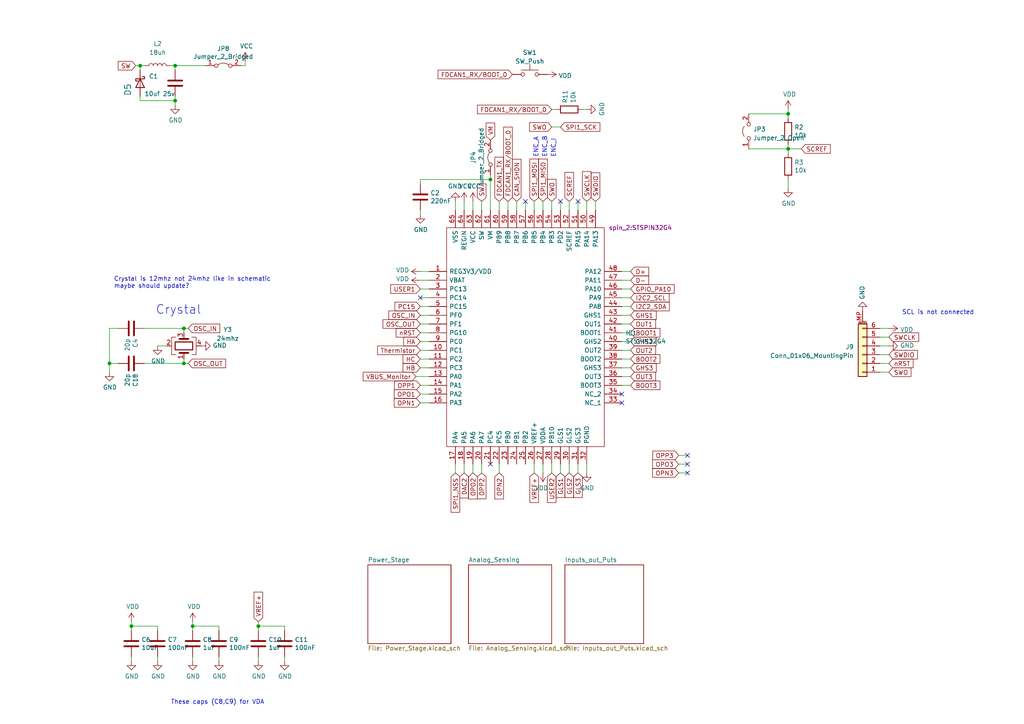
<source format=kicad_sch>
(kicad_sch (version 20230121) (generator eeschema)
  (paper "A4")
  (lib_symbols
    (symbol "Connector_Generic_MountingPin:Conn_01x06_MountingPin" (pin_names (offset 1.016) hide)
      (property "Reference" "J" (at 0 7.62 0))
      (property "Value" "Conn_01x06_MountingPin" (at 1.27 -10.16 0))
      (symbol "Conn_01x06_MountingPin_1_1"
        (rectangle (start -1.27 -7.493) (end 0 -7.747) (stroke (width 0.1524)))
        (rectangle (start -1.27 -4.953) (end 0 -5.207) (stroke (width 0.1524)))
        (rectangle (start -1.27 -2.413) (end 0 -2.667) (stroke (width 0.1524)))
        (rectangle (start -1.27 0.127) (end 0 -0.127) (stroke (width 0.1524)))
        (rectangle (start -1.27 2.667) (end 0 2.413) (stroke (width 0.1524)))
        (rectangle (start -1.27 5.207) (end 0 4.953) (stroke (width 0.1524)))
        (rectangle (start -1.27 6.35) (end 1.27 -8.89) (stroke (width 0.254)) (fill (type background)))
        (polyline (pts (xy -1.016 -9.652) (xy 1.016 -9.652)) (stroke (width 0.1524)))
        (text "Mounting" (at 0 -9.271 0) (effects (font (size 0.381 0.381))))
        (pin passive line (at -5.08 5.08 0) (length 3.81) (name "Pin_1") (number "1"))
        (pin passive line (at -5.08 2.54 0) (length 3.81) (name "Pin_2") (number "2"))
        (pin passive line (at -5.08 0 0) (length 3.81) (name "Pin_3") (number "3"))
        (pin passive line (at -5.08 -2.54 0) (length 3.81) (name "Pin_4") (number "4"))
        (pin passive line (at -5.08 -5.08 0) (length 3.81) (name "Pin_5") (number "5"))
        (pin passive line (at -5.08 -7.62 0) (length 3.81) (name "Pin_6") (number "6"))
        (pin passive line (at 0 -12.7 90) (length 3.048) (name "MountPin") (number "MP"))
      )
    )
    (symbol "Device:C" (pin_numbers hide) (pin_names (offset 0.254))
      (property "Reference" "C" (at 0.635 2.54 0))
      (property "Value" "C" (at 0.635 -2.54 0))
      (symbol "C_0_1"
        (polyline (pts (xy -2.032 -0.762) (xy 2.032 -0.762)) (stroke (width 0.508)))
        (polyline (pts (xy -2.032 0.762) (xy 2.032 0.762)) (stroke (width 0.508)))
      )
      (symbol "C_1_1"
        (pin passive line (at 0 3.81 270) (length 2.794) (name "~") (number "1"))
        (pin passive line (at 0 -3.81 90) (length 2.794) (name "~") (number "2"))
      )
    )
    (symbol "Device:Crystal_GND24" (pin_names (offset 1.016) hide)
      (property "Reference" "Y" (at 3.175 5.08 0))
      (property "Value" "Crystal_GND24" (at 3.175 3.175 0))
      (symbol "Crystal_GND24_0_1"
        (rectangle (start -1.143 2.54) (end 1.143 -2.54) (stroke (width 0.3048)))
        (polyline (pts (xy -2.54 0) (xy -2.032 0)))
        (polyline (pts (xy -2.032 -1.27) (xy -2.032 1.27)) (stroke (width 0.508)))
        (polyline (pts (xy 0 -3.81) (xy 0 -3.556)))
        (polyline (pts (xy 0 3.556) (xy 0 3.81)))
        (polyline (pts (xy 2.032 -1.27) (xy 2.032 1.27)) (stroke (width 0.508)))
        (polyline (pts (xy 2.032 0) (xy 2.54 0)))
        (polyline (pts (xy -2.54 -2.286) (xy -2.54 -3.556) (xy 2.54 -3.556) (xy 2.54 -2.286)))
        (polyline (pts (xy -2.54 2.286) (xy -2.54 3.556) (xy 2.54 3.556) (xy 2.54 2.286)))
      )
      (symbol "Crystal_GND24_1_1"
        (pin passive line (at -3.81 0 0) (length 1.27) (name "1") (number "1"))
        (pin passive line (at 0 5.08 270) (length 1.27) (name "2") (number "2"))
        (pin passive line (at 3.81 0 180) (length 1.27) (name "3") (number "3"))
        (pin passive line (at 0 -5.08 90) (length 1.27) (name "4") (number "4"))
      )
    )
    (symbol "Device:L" (pin_numbers hide) (pin_names (offset 1.016) hide)
      (property "Reference" "L" (at -1.27 0 90))
      (property "Value" "L" (at 1.905 0 90))
      (symbol "L_0_1"
        (arc (start 0 -2.54) (mid 0.6323 -1.905) (end 0 -1.27))
        (arc (start 0 -1.27) (mid 0.6323 -0.635) (end 0 0))
        (arc (start 0 0) (mid 0.6323 0.635) (end 0 1.27))
        (arc (start 0 1.27) (mid 0.6323 1.905) (end 0 2.54))
      )
      (symbol "L_1_1"
        (pin passive line (at 0 3.81 270) (length 1.27) (name "1") (number "1"))
        (pin passive line (at 0 -3.81 90) (length 1.27) (name "2") (number "2"))
      )
    )
    (symbol "Device:R" (pin_numbers hide) (pin_names (offset 0))
      (property "Reference" "R" (at 2.032 0 90))
      (property "Value" "R" (at 0 0 90))
      (symbol "R_0_1"
        (rectangle (start -1.016 -2.54) (end 1.016 2.54) (stroke (width 0.254)))
      )
      (symbol "R_1_1"
        (pin passive line (at 0 3.81 270) (length 1.27) (name "~") (number "1"))
        (pin passive line (at 0 -3.81 90) (length 1.27) (name "~") (number "2"))
      )
    )
    (symbol "Diode:MBR340" (pin_numbers hide) (pin_names (offset 1.016) hide)
      (property "Reference" "D" (at 0 2.54 0))
      (property "Value" "MBR340" (at 0 -2.54 0))
      (symbol "MBR340_0_1"
        (polyline (pts (xy 1.27 0) (xy -1.27 0)))
        (polyline (pts (xy 1.27 1.27) (xy 1.27 -1.27) (xy -1.27 0) (xy 1.27 1.27)) (stroke (width 0.254)))
        (polyline (pts (xy -1.905 0.635) (xy -1.905 1.27) (xy -1.27 1.27) (xy -1.27 -1.27) (xy -0.635 -1.27) (xy -0.635 -0.635)) (stroke (width 0.254)))
      )
      (symbol "MBR340_1_1"
        (pin passive line (at -3.81 0 0) (length 2.54) (name "K") (number "1"))
        (pin passive line (at 3.81 0 180) (length 2.54) (name "A") (number "2"))
      )
    )
    (symbol "Jumper:Jumper_2_Bridged" (pin_names (offset 0) hide)
      (property "Reference" "JP" (at 0 1.905 0))
      (property "Value" "Jumper_2_Bridged" (at 0 -2.54 0))
      (symbol "Jumper_2_Bridged_0_0"
        (circle (center -2.032 0) (radius 0.508))
        (circle (center 2.032 0) (radius 0.508))
      )
      (symbol "Jumper_2_Bridged_0_1"
        (arc (start 1.524 0.254) (mid 0 0.762) (end -1.524 0.254))
      )
      (symbol "Jumper_2_Bridged_1_1"
        (pin passive line (at -5.08 0 0) (length 2.54) (name "A") (number "1"))
        (pin passive line (at 5.08 0 180) (length 2.54) (name "B") (number "2"))
      )
    )
    (symbol "Jumper:Jumper_2_Open" (pin_names (offset 0) hide)
      (property "Reference" "JP" (at 0 2.794 0))
      (property "Value" "Jumper_2_Open" (at 0 -2.286 0))
      (symbol "Jumper_2_Open_0_0"
        (circle (center -2.032 0) (radius 0.508))
        (circle (center 2.032 0) (radius 0.508))
      )
      (symbol "Jumper_2_Open_0_1"
        (arc (start 1.524 1.27) (mid 0 1.778) (end -1.524 1.27))
      )
      (symbol "Jumper_2_Open_1_1"
        (pin passive line (at -5.08 0 0) (length 2.54) (name "A") (number "1"))
        (pin passive line (at 5.08 0 180) (length 2.54) (name "B") (number "2"))
      )
    )
    (symbol "STSPIN32G4:STSPIN32G4" (pin_names (offset 0.762))
      (property "Reference" "IC" (at 52.07 17.78 0))
      (property "Value" "STSPIN32G4" (at 52.07 15.24 0))
      (symbol "STSPIN32G4_0_0"
        (pin passive line (at 0 0 0) (length 5.08) (name "REG3V3/VDD") (number "1"))
        (pin passive line (at 0 -22.86 0) (length 5.08) (name "PC1") (number "10"))
        (pin passive line (at 0 -25.4 0) (length 5.08) (name "PC2") (number "11"))
        (pin passive line (at 0 -27.94 0) (length 5.08) (name "PC3") (number "12"))
        (pin passive line (at 0 -30.48 0) (length 5.08) (name "PA0") (number "13"))
        (pin passive line (at 0 -33.02 0) (length 5.08) (name "PA1") (number "14"))
        (pin passive line (at 0 -35.56 0) (length 5.08) (name "PA2") (number "15"))
        (pin passive line (at 0 -38.1 0) (length 5.08) (name "PA3") (number "16"))
        (pin passive line (at 7.62 -55.88 90) (length 5.08) (name "PA4") (number "17"))
        (pin passive line (at 10.16 -55.88 90) (length 5.08) (name "PA5") (number "18"))
        (pin passive line (at 12.7 -55.88 90) (length 5.08) (name "PA6") (number "19"))
        (pin passive line (at 0 -2.54 0) (length 5.08) (name "VBAT") (number "2"))
        (pin passive line (at 15.24 -55.88 90) (length 5.08) (name "PA7") (number "20"))
        (pin passive line (at 17.78 -55.88 90) (length 5.08) (name "PC4") (number "21"))
        (pin passive line (at 20.32 -55.88 90) (length 5.08) (name "PC5") (number "22"))
        (pin passive line (at 22.86 -55.88 90) (length 5.08) (name "PB0") (number "23"))
        (pin passive line (at 25.4 -55.88 90) (length 5.08) (name "PB1") (number "24"))
        (pin passive line (at 27.94 -55.88 90) (length 5.08) (name "PB2") (number "25"))
        (pin passive line (at 30.48 -55.88 90) (length 5.08) (name "VREF+") (number "26"))
        (pin passive line (at 33.02 -55.88 90) (length 5.08) (name "VDDA") (number "27"))
        (pin passive line (at 35.56 -55.88 90) (length 5.08) (name "PB10") (number "28"))
        (pin passive line (at 38.1 -55.88 90) (length 5.08) (name "GLS1") (number "29"))
        (pin passive line (at 0 -5.08 0) (length 5.08) (name "PC13") (number "3"))
        (pin passive line (at 40.64 -55.88 90) (length 5.08) (name "GLS2") (number "30"))
        (pin passive line (at 43.18 -55.88 90) (length 5.08) (name "GLS3") (number "31"))
        (pin passive line (at 45.72 -55.88 90) (length 5.08) (name "PGND") (number "32"))
        (pin passive line (at 55.88 -38.1 180) (length 5.08) (name "NC_1") (number "33"))
        (pin passive line (at 55.88 -35.56 180) (length 5.08) (name "NC_2") (number "34"))
        (pin passive line (at 55.88 -33.02 180) (length 5.08) (name "BOOT3") (number "35"))
        (pin passive line (at 55.88 -30.48 180) (length 5.08) (name "OUT3") (number "36"))
        (pin passive line (at 55.88 -27.94 180) (length 5.08) (name "GHS3") (number "37"))
        (pin passive line (at 55.88 -25.4 180) (length 5.08) (name "BOOT2") (number "38"))
        (pin passive line (at 55.88 -22.86 180) (length 5.08) (name "OUT2") (number "39"))
        (pin passive line (at 0 -7.62 0) (length 5.08) (name "PC14") (number "4"))
        (pin passive line (at 55.88 -20.32 180) (length 5.08) (name "GHS2") (number "40"))
        (pin passive line (at 55.88 -17.78 180) (length 5.08) (name "BOOT1") (number "41"))
        (pin passive line (at 55.88 -15.24 180) (length 5.08) (name "OUT1") (number "42"))
        (pin passive line (at 55.88 -12.7 180) (length 5.08) (name "GHS1") (number "43"))
        (pin passive line (at 55.88 -10.16 180) (length 5.08) (name "PA8") (number "44"))
        (pin passive line (at 55.88 -7.62 180) (length 5.08) (name "PA9") (number "45"))
        (pin passive line (at 55.88 -5.08 180) (length 5.08) (name "PA10") (number "46"))
        (pin passive line (at 55.88 -2.54 180) (length 5.08) (name "PA11") (number "47"))
        (pin passive line (at 55.88 0 180) (length 5.08) (name "PA12") (number "48"))
        (pin passive line (at 48.26 17.78 270) (length 5.08) (name "PA13") (number "49"))
        (pin passive line (at 0 -10.16 0) (length 5.08) (name "PC15") (number "5"))
        (pin passive line (at 45.72 17.78 270) (length 5.08) (name "PA14") (number "50"))
        (pin passive line (at 43.18 17.78 270) (length 5.08) (name "PA15") (number "51"))
        (pin passive line (at 40.64 17.78 270) (length 5.08) (name "SCREF") (number "52"))
        (pin passive line (at 38.1 17.78 270) (length 5.08) (name "PD2") (number "53"))
        (pin passive line (at 35.56 17.78 270) (length 5.08) (name "PB3") (number "54"))
        (pin passive line (at 33.02 17.78 270) (length 5.08) (name "PB4") (number "55"))
        (pin passive line (at 30.48 17.78 270) (length 5.08) (name "PB5") (number "56"))
        (pin passive line (at 27.94 17.78 270) (length 5.08) (name "PB6") (number "57"))
        (pin passive line (at 25.4 17.78 270) (length 5.08) (name "PB7") (number "58"))
        (pin passive line (at 22.86 17.78 270) (length 5.08) (name "PB8") (number "59"))
        (pin passive line (at 0 -12.7 0) (length 5.08) (name "PF0") (number "6"))
        (pin passive line (at 20.32 17.78 270) (length 5.08) (name "PB9") (number "60"))
        (pin passive line (at 17.78 17.78 270) (length 5.08) (name "VM") (number "61"))
        (pin passive line (at 15.24 17.78 270) (length 5.08) (name "SW") (number "62"))
        (pin passive line (at 12.7 17.78 270) (length 5.08) (name "VCC") (number "63"))
        (pin passive line (at 10.16 17.78 270) (length 5.08) (name "REGIN") (number "64"))
        (pin passive line (at 7.62 17.78 270) (length 5.08) (name "VSS") (number "65"))
        (pin passive line (at 0 -15.24 0) (length 5.08) (name "PF1") (number "7"))
        (pin passive line (at 0 -17.78 0) (length 5.08) (name "PG10") (number "8"))
        (pin passive line (at 0 -20.32 0) (length 5.08) (name "PC0") (number "9"))
      )
      (symbol "STSPIN32G4_0_1"
        (polyline (pts (xy 5.08 12.7) (xy 50.8 12.7) (xy 50.8 -50.8) (xy 5.08 -50.8) (xy 5.08 12.7)) (stroke (width 0.1524)))
      )
    )
    (symbol "Switch:SW_Push" (pin_numbers hide) (pin_names (offset 1.016) hide)
      (property "Reference" "SW" (at 1.27 2.54 0))
      (property "Value" "SW_Push" (at 0 -1.524 0))
      (symbol "SW_Push_0_1"
        (circle (center -2.032 0) (radius 0.508))
        (polyline (pts (xy 0 1.27) (xy 0 3.048)))
        (polyline (pts (xy 2.54 1.27) (xy -2.54 1.27)))
        (circle (center 2.032 0) (radius 0.508))
        (pin passive line (at -5.08 0 0) (length 2.54) (name "1") (number "1"))
        (pin passive line (at 5.08 0 180) (length 2.54) (name "2") (number "2"))
      )
    )
    (symbol "power:GND" (power) (pin_names (offset 0))
      (property "Value" "GND" (at 0 -3.81 0))
      (symbol "GND_0_1"
        (polyline (pts (xy 0 0) (xy 0 -1.27) (xy 1.27 -1.27) (xy 0 -2.54) (xy -1.27 -1.27) (xy 0 -1.27)))
      )
      (symbol "GND_1_1"
        (pin power_in line (at 0 0 270) (length 0) hide (name "GND") (number "1"))
      )
    )
    (symbol "power:VCC" (power) (pin_names (offset 0))
      (property "Value" "VCC" (at 0 3.81 0))
      (symbol "VCC_0_1"
        (polyline (pts (xy -0.762 1.27) (xy 0 2.54)))
        (polyline (pts (xy 0 0) (xy 0 2.54)))
        (polyline (pts (xy 0 2.54) (xy 0.762 1.27)))
      )
      (symbol "VCC_1_1"
        (pin power_in line (at 0 0 90) (length 0) hide (name "VCC") (number "1"))
      )
    )
    (symbol "power:VDD" (power) (pin_names (offset 0))
      (property "Value" "VDD" (at 0 3.81 0))
      (symbol "VDD_0_1"
        (polyline (pts (xy -0.762 1.27) (xy 0 2.54)))
        (polyline (pts (xy 0 0) (xy 0 2.54)))
        (polyline (pts (xy 0 2.54) (xy 0.762 1.27)))
      )
      (symbol "VDD_1_1"
        (pin power_in line (at 0 0 90) (length 0) hide (name "VDD") (number "1"))
      )
    )
  )
  (junction (at 31.75 105.41))
  (junction (at 40.64 19.05))
  (junction (at 55.88 181.61))
  (junction (at 50.8 29.21))
  (junction (at 53.34 105.41))
  (junction (at 228.6 43.18))
  (junction (at 142.24 52.07))
  (junction (at 50.8 19.05))
  (junction (at 38.1 181.61))
  (junction (at 74.93 181.61))
  (junction (at 53.34 95.25))
  (junction (at 228.6 33.02))
  (no_connect (at 199.39 137.16))
  (no_connect (at 199.39 132.08))
  (no_connect (at 199.39 134.62))
  (no_connect (at 152.4 58.42))
  (no_connect (at 167.64 58.42))
  (no_connect (at 121.92 86.36))
  (no_connect (at 162.56 58.42))
  (no_connect (at 180.34 114.3))
  (no_connect (at 180.34 116.84))
  (no_connect (at 142.24 134.62))
  (wire (pts (xy 124.46 91.44) (xy 121.92 91.44)))
  (wire (pts (xy 168.91 31.75) (xy 170.18 31.75)))
  (wire (pts (xy 41.91 105.41) (xy 53.34 105.41)))
  (wire (pts (xy 132.08 60.96) (xy 132.08 58.42)))
  (wire (pts (xy 63.5 191.77) (xy 63.5 190.5)))
  (wire (pts (xy 142.24 52.07) (xy 121.92 52.07)))
  (wire (pts (xy 180.34 91.44) (xy 182.88 91.44)))
  (wire (pts (xy 139.7 137.16) (xy 139.7 134.62)))
  (wire (pts (xy 124.46 111.76) (xy 121.92 111.76)))
  (wire (pts (xy 182.88 86.36) (xy 180.34 86.36)))
  (wire (pts (xy 255.27 105.41) (xy 257.81 105.41)))
  (wire (pts (xy 63.5 182.88) (xy 63.5 181.61)))
  (wire (pts (xy 53.34 104.14) (xy 53.34 105.41)))
  (wire (pts (xy 31.75 95.25) (xy 31.75 105.41)))
  (wire (pts (xy 124.46 99.06) (xy 121.92 99.06)))
  (wire (pts (xy 41.91 95.25) (xy 53.34 95.25)))
  (wire (pts (xy 180.34 111.76) (xy 182.88 111.76)))
  (wire (pts (xy 54.61 105.41) (xy 53.34 105.41)))
  (wire (pts (xy 124.46 96.52) (xy 121.92 96.52)))
  (wire (pts (xy 255.27 95.25) (xy 257.81 95.25)))
  (wire (pts (xy 255.27 97.79) (xy 257.81 97.79)))
  (wire (pts (xy 165.1 58.42) (xy 165.1 60.96)))
  (wire (pts (xy 124.46 109.22) (xy 120.65 109.22)))
  (wire (pts (xy 69.85 19.05) (xy 71.12 19.05)))
  (wire (pts (xy 54.61 95.25) (xy 53.34 95.25)))
  (wire (pts (xy 228.6 52.07) (xy 228.6 54.61)))
  (wire (pts (xy 167.64 134.62) (xy 167.64 137.16)))
  (wire (pts (xy 144.78 58.42) (xy 144.78 60.96)))
  (wire (pts (xy 50.8 27.94) (xy 50.8 29.21)))
  (wire (pts (xy 40.64 19.05) (xy 40.64 20.32)))
  (wire (pts (xy 124.46 101.6) (xy 121.92 101.6)))
  (wire (pts (xy 182.88 81.28) (xy 180.34 81.28)))
  (wire (pts (xy 255.27 100.33) (xy 257.81 100.33)))
  (wire (pts (xy 121.92 52.07) (xy 121.92 53.34)))
  (wire (pts (xy 124.46 83.82) (xy 121.92 83.82)))
  (wire (pts (xy 31.75 105.41) (xy 31.75 107.95)))
  (wire (pts (xy 124.46 93.98) (xy 121.92 93.98)))
  (wire (pts (xy 82.55 182.88) (xy 82.55 181.61)))
  (wire (pts (xy 165.1 134.62) (xy 165.1 137.16)))
  (wire (pts (xy 180.34 88.9) (xy 182.88 88.9)))
  (wire (pts (xy 160.02 31.75) (xy 161.29 31.75)))
  (wire (pts (xy 170.18 134.62) (xy 170.18 137.16)))
  (wire (pts (xy 121.92 106.68) (xy 124.46 106.68)))
  (wire (pts (xy 45.72 181.61) (xy 38.1 181.61)))
  (wire (pts (xy 121.92 86.36) (xy 124.46 86.36)))
  (wire (pts (xy 124.46 81.28) (xy 121.92 81.28)))
  (wire (pts (xy 50.8 29.21) (xy 50.8 30.48)))
  (wire (pts (xy 137.16 60.96) (xy 137.16 58.42)))
  (wire (pts (xy 167.64 60.96) (xy 167.64 58.42)))
  (wire (pts (xy 228.6 44.45) (xy 228.6 43.18)))
  (wire (pts (xy 40.64 27.94) (xy 40.64 29.21)))
  (wire (pts (xy 160.02 36.83) (xy 162.56 36.83)))
  (wire (pts (xy 228.6 43.18) (xy 228.6 41.91)))
  (wire (pts (xy 228.6 34.29) (xy 228.6 33.02)))
  (wire (pts (xy 217.17 33.02) (xy 228.6 33.02)))
  (wire (pts (xy 157.48 58.42) (xy 157.48 60.96)))
  (wire (pts (xy 217.17 43.18) (xy 228.6 43.18)))
  (wire (pts (xy 160.02 60.96) (xy 160.02 58.42)))
  (wire (pts (xy 74.93 181.61) (xy 74.93 180.34)))
  (wire (pts (xy 180.34 93.98) (xy 182.88 93.98)))
  (wire (pts (xy 50.8 19.05) (xy 50.8 20.32)))
  (wire (pts (xy 180.34 101.6) (xy 182.88 101.6)))
  (wire (pts (xy 132.08 137.16) (xy 132.08 134.62)))
  (wire (pts (xy 170.18 60.96) (xy 170.18 58.42)))
  (wire (pts (xy 182.88 78.74) (xy 180.34 78.74)))
  (wire (pts (xy 39.37 19.05) (xy 40.64 19.05)))
  (wire (pts (xy 71.12 19.05) (xy 71.12 17.78)))
  (wire (pts (xy 157.48 134.62) (xy 157.48 137.16)))
  (wire (pts (xy 50.8 19.05) (xy 59.69 19.05)))
  (wire (pts (xy 40.64 19.05) (xy 41.91 19.05)))
  (wire (pts (xy 45.72 191.77) (xy 45.72 190.5)))
  (wire (pts (xy 196.85 137.16) (xy 199.39 137.16)))
  (wire (pts (xy 124.46 78.74) (xy 121.92 78.74)))
  (wire (pts (xy 49.53 19.05) (xy 50.8 19.05)))
  (wire (pts (xy 55.88 191.77) (xy 55.88 190.5)))
  (wire (pts (xy 121.92 62.23) (xy 121.92 60.96)))
  (wire (pts (xy 121.92 88.9) (xy 124.46 88.9)))
  (wire (pts (xy 74.93 182.88) (xy 74.93 181.61)))
  (wire (pts (xy 142.24 52.07) (xy 142.24 50.8)))
  (wire (pts (xy 180.34 104.14) (xy 182.88 104.14)))
  (wire (pts (xy 34.29 105.41) (xy 31.75 105.41)))
  (wire (pts (xy 55.88 182.88) (xy 55.88 181.61)))
  (wire (pts (xy 63.5 181.61) (xy 55.88 181.61)))
  (wire (pts (xy 196.85 132.08) (xy 199.39 132.08)))
  (wire (pts (xy 34.29 95.25) (xy 31.75 95.25)))
  (wire (pts (xy 124.46 104.14) (xy 121.92 104.14)))
  (wire (pts (xy 182.88 83.82) (xy 180.34 83.82)))
  (wire (pts (xy 196.85 134.62) (xy 199.39 134.62)))
  (wire (pts (xy 149.86 60.96) (xy 149.86 58.42)))
  (wire (pts (xy 162.56 58.42) (xy 162.56 60.96)))
  (wire (pts (xy 124.46 114.3) (xy 121.92 114.3)))
  (wire (pts (xy 82.55 191.77) (xy 82.55 190.5)))
  (wire (pts (xy 134.62 137.16) (xy 134.62 134.62)))
  (wire (pts (xy 45.72 182.88) (xy 45.72 181.61)))
  (wire (pts (xy 40.64 29.21) (xy 50.8 29.21)))
  (wire (pts (xy 255.27 102.87) (xy 257.81 102.87)))
  (wire (pts (xy 124.46 116.84) (xy 121.92 116.84)))
  (wire (pts (xy 144.78 137.16) (xy 144.78 134.62)))
  (wire (pts (xy 228.6 33.02) (xy 228.6 31.75)))
  (wire (pts (xy 180.34 109.22) (xy 182.88 109.22)))
  (wire (pts (xy 55.88 181.61) (xy 55.88 180.34)))
  (wire (pts (xy 139.7 60.96) (xy 139.7 58.42)))
  (wire (pts (xy 38.1 191.77) (xy 38.1 190.5)))
  (wire (pts (xy 134.62 58.42) (xy 134.62 60.96)))
  (wire (pts (xy 142.24 60.96) (xy 142.24 52.07)))
  (wire (pts (xy 228.6 43.18) (xy 232.41 43.18)))
  (wire (pts (xy 255.27 107.95) (xy 257.81 107.95)))
  (wire (pts (xy 74.93 191.77) (xy 74.93 190.5)))
  (wire (pts (xy 180.34 99.06) (xy 182.88 99.06)))
  (wire (pts (xy 162.56 134.62) (xy 162.56 137.16)))
  (wire (pts (xy 53.34 96.52) (xy 53.34 95.25)))
  (wire (pts (xy 152.4 60.96) (xy 152.4 58.42)))
  (wire (pts (xy 154.94 58.42) (xy 154.94 60.96)))
  (wire (pts (xy 137.16 137.16) (xy 137.16 134.62)))
  (wire (pts (xy 147.32 60.96) (xy 147.32 58.42)))
  (wire (pts (xy 45.72 100.33) (xy 48.26 100.33)))
  (wire (pts (xy 38.1 182.88) (xy 38.1 181.61)))
  (wire (pts (xy 172.72 60.96) (xy 172.72 58.42)))
  (wire (pts (xy 82.55 181.61) (xy 74.93 181.61)))
  (wire (pts (xy 180.34 106.68) (xy 182.88 106.68)))
  (wire (pts (xy 38.1 181.61) (xy 38.1 180.34)))
  (wire (pts (xy 180.34 96.52) (xy 182.88 96.52)))
  (wire (pts (xy 160.02 134.62) (xy 160.02 137.16)))
  (wire (pts (xy 154.94 134.62) (xy 154.94 137.16)))
  (image (at 448.31 104.14) (scale 2.23588))
  (text "ENC_I" (at 161.29 45.72 90) (effects (font (size 1.27 1.27)) (justify left bottom)))
  (text "These caps (C8,C9) for VDA" (at 49.53 204.47 0) (effects (font (size 1.27 1.27)) (justify left bottom)))
  (text "ENC_B" (at 158.75 45.72 90) (effects (font (size 1.27 1.27)) (justify left bottom)))
  (text "Crystal" (at 45.085 91.44 0) (effects (font (size 2.54 2.54)) (justify left bottom)))
  (text "ENC_A" (at 156.21 45.72 90) (effects (font (size 1.27 1.27)) (justify left bottom)))
  (text "Crystal is 12mhz not 24mhz like in schematic\nmaybe should update?\n" (at 33.02 83.82 0) (effects (font (size 1.27 1.27)) (justify left bottom)))
  (text "SCL is not connected\n" (at 261.62 91.44 0) (effects (font (size 1.27 1.27)) (justify left bottom)))
  (global_label "OPP1" (shape input) (at 121.92 111.76 180) (property "Intersheetrefs" "${INTERSHEET_REFS}" (effects hide)))
  (global_label "nRST" (shape input) (at 257.81 105.41 0) (property "Intersheetrefs" "${INTERSHEET_REFS}" (effects hide)))
  (global_label "VBUS_Monitor" (shape input) (at 120.65 109.22 180) (property "Intersheetrefs" "${INTERSHEET_REFS}" (effects hide)))
  (global_label "USER1" (shape input) (at 121.92 83.82 180) (property "Intersheetrefs" "${INTERSHEET_REFS}" (effects hide)))
  (global_label "HC" (shape input) (at 121.92 104.14 180) (property "Intersheetrefs" "${INTERSHEET_REFS}" (effects hide)))
  (global_label "SCREF" (shape input) (at 232.41 43.18 0) (property "Intersheetrefs" "${INTERSHEET_REFS}" (effects hide)))
  (global_label "GLS1" (shape input) (at 162.56 137.16 270) (property "Intersheetrefs" "${INTERSHEET_REFS}" (effects hide)))
  (global_label "I2C2_SDA" (shape input) (at 182.88 88.9 0) (property "Intersheetrefs" "${INTERSHEET_REFS}" (effects hide)))
  (global_label "SWCLK" (shape input) (at 257.81 97.79 0) (property "Intersheetrefs" "${INTERSHEET_REFS}" (effects hide)))
  (global_label "SW" (shape input) (at 139.7 58.42 90) (property "Intersheetrefs" "${INTERSHEET_REFS}" (effects hide)))
  (global_label "HA" (shape input) (at 121.92 99.06 180) (property "Intersheetrefs" "${INTERSHEET_REFS}" (effects hide)))
  (global_label "D-" (shape input) (at 182.88 81.28 0) (property "Intersheetrefs" "${INTERSHEET_REFS}" (effects hide)))
  (global_label "OSC_IN" (shape input) (at 121.92 91.44 180) (property "Intersheetrefs" "${INTERSHEET_REFS}" (effects hide)))
  (global_label "USER2" (shape input) (at 160.02 137.16 270) (property "Intersheetrefs" "${INTERSHEET_REFS}" (effects hide)))
  (global_label "D+" (shape input) (at 182.88 78.74 0) (property "Intersheetrefs" "${INTERSHEET_REFS}" (effects hide)))
  (global_label "OSC_OUT" (shape input) (at 121.92 93.98 180) (property "Intersheetrefs" "${INTERSHEET_REFS}" (effects hide)))
  (global_label "FDCAN1_TX" (shape input) (at 144.78 58.42 90) (property "Intersheetrefs" "${INTERSHEET_REFS}" (effects hide)))
  (global_label "SWO" (shape input) (at 160.02 58.42 90) (property "Intersheetrefs" "${INTERSHEET_REFS}" (effects hide)))
  (global_label "GHS3" (shape input) (at 182.88 106.68 0) (property "Intersheetrefs" "${INTERSHEET_REFS}" (effects hide)))
  (global_label "OPN2" (shape input) (at 144.78 137.16 270) (property "Intersheetrefs" "${INTERSHEET_REFS}" (effects hide)))
  (global_label "GHS1" (shape input) (at 182.88 91.44 0) (property "Intersheetrefs" "${INTERSHEET_REFS}" (effects hide)))
  (global_label "GPIO_PA10" (shape input) (at 182.88 83.82 0) (property "Intersheetrefs" "${INTERSHEET_REFS}" (effects hide)))
  (global_label "nRST" (shape input) (at 121.92 96.52 180) (property "Intersheetrefs" "${INTERSHEET_REFS}" (effects hide)))
  (global_label "OPP2" (shape input) (at 139.7 137.16 270) (property "Intersheetrefs" "${INTERSHEET_REFS}" (effects hide)))
  (global_label "SPI1_NSS" (shape input) (at 132.08 137.16 270) (property "Intersheetrefs" "${INTERSHEET_REFS}" (effects hide)))
  (global_label "OSC_IN" (shape input) (at 54.61 95.25 0) (property "Intersheetrefs" "${INTERSHEET_REFS}" (effects hide)))
  (global_label "HB" (shape input) (at 121.92 106.68 180) (property "Intersheetrefs" "${INTERSHEET_REFS}" (effects hide)))
  (global_label "BOOT1" (shape input) (at 182.88 96.52 0) (property "Intersheetrefs" "${INTERSHEET_REFS}" (effects hide)))
  (global_label "SWDIO" (shape input) (at 257.81 102.87 0) (property "Intersheetrefs" "${INTERSHEET_REFS}" (effects hide)))
  (global_label "SWO" (shape input) (at 257.81 107.95 0) (property "Intersheetrefs" "${INTERSHEET_REFS}" (effects hide)))
  (global_label "OUT3" (shape input) (at 182.88 109.22 0) (property "Intersheetrefs" "${INTERSHEET_REFS}" (effects hide)))
  (global_label "OPO3" (shape input) (at 196.85 134.62 180) (property "Intersheetrefs" "${INTERSHEET_REFS}" (effects hide)))
  (global_label "GLS2" (shape input) (at 165.1 137.16 270) (property "Intersheetrefs" "${INTERSHEET_REFS}" (effects hide)))
  (global_label "FDCAN1_RX{slash}BOOT_0" (shape input) (at 147.32 58.42 90) (property "Intersheetrefs" "${INTERSHEET_REFS}" (effects hide)))
  (global_label "SPI1_MISO" (shape input) (at 157.48 58.42 90) (property "Intersheetrefs" "${INTERSHEET_REFS}" (effects hide)))
  (global_label "OPO2" (shape input) (at 137.16 137.16 270) (property "Intersheetrefs" "${INTERSHEET_REFS}" (effects hide)))
  (global_label "OUT2" (shape input) (at 182.88 101.6 0) (property "Intersheetrefs" "${INTERSHEET_REFS}" (effects hide)))
  (global_label "FDCAN1_RX{slash}BOOT_0" (shape input) (at 160.02 31.75 180) (property "Intersheetrefs" "${INTERSHEET_REFS}" (effects hide)))
  (global_label "GHS2" (shape input) (at 182.88 99.06 0) (property "Intersheetrefs" "${INTERSHEET_REFS}" (effects hide)))
  (global_label "VREF+" (shape input) (at 74.93 180.34 90) (property "Intersheetrefs" "${INTERSHEET_REFS}" (effects hide)))
  (global_label "SPI1_SCK" (shape input) (at 162.56 36.83 0) (property "Intersheetrefs" "${INTERSHEET_REFS}" (effects hide)))
  (global_label "VREF+" (shape input) (at 154.94 137.16 270) (property "Intersheetrefs" "${INTERSHEET_REFS}" (effects hide)))
  (global_label "CAN_SHDN" (shape input) (at 149.86 58.42 90) (property "Intersheetrefs" "${INTERSHEET_REFS}" (effects hide)))
  (global_label "SPI1_MOSI" (shape input) (at 154.94 58.42 90) (property "Intersheetrefs" "${INTERSHEET_REFS}" (effects hide)))
  (global_label "OUT1" (shape input) (at 182.88 93.98 0) (property "Intersheetrefs" "${INTERSHEET_REFS}" (effects hide)))
  (global_label "SCREF" (shape input) (at 165.1 58.42 90) (property "Intersheetrefs" "${INTERSHEET_REFS}" (effects hide)))
  (global_label "SWCLK" (shape input) (at 170.18 58.42 90) (property "Intersheetrefs" "${INTERSHEET_REFS}" (effects hide)))
  (global_label "OPN3" (shape input) (at 196.85 137.16 180) (property "Intersheetrefs" "${INTERSHEET_REFS}" (effects hide)))
  (global_label "BOOT2" (shape input) (at 182.88 104.14 0) (property "Intersheetrefs" "${INTERSHEET_REFS}" (effects hide)))
  (global_label "VM" (shape input) (at 142.24 40.64 90) (property "Intersheetrefs" "${INTERSHEET_REFS}" (effects hide)))
  (global_label "FDCAN1_RX{slash}BOOT_0" (shape input) (at 148.59 21.59 180) (property "Intersheetrefs" "${INTERSHEET_REFS}" (effects hide)))
  (global_label "SWDIO" (shape input) (at 172.72 58.42 90) (property "Intersheetrefs" "${INTERSHEET_REFS}" (effects hide)))
  (global_label "OPO1" (shape input) (at 121.92 114.3 180) (property "Intersheetrefs" "${INTERSHEET_REFS}" (effects hide)))
  (global_label "Thermistor" (shape input) (at 121.92 101.6 180) (property "Intersheetrefs" "${INTERSHEET_REFS}" (effects hide)))
  (global_label "GLS3" (shape input) (at 167.64 137.16 270) (property "Intersheetrefs" "${INTERSHEET_REFS}" (effects hide)))
  (global_label "BOOT3" (shape input) (at 182.88 111.76 0) (property "Intersheetrefs" "${INTERSHEET_REFS}" (effects hide)))
  (global_label "PC15" (shape input) (at 121.92 88.9 180) (property "Intersheetrefs" "${INTERSHEET_REFS}" (effects hide)))
  (global_label "SW" (shape input) (at 39.37 19.05 180) (property "Intersheetrefs" "${INTERSHEET_REFS}" (effects hide)))
  (global_label "OPN1" (shape input) (at 121.92 116.84 180) (property "Intersheetrefs" "${INTERSHEET_REFS}" (effects hide)))
  (global_label "OSC_OUT" (shape input) (at 54.61 105.41 0) (property "Intersheetrefs" "${INTERSHEET_REFS}" (effects hide)))
  (global_label "DAC2" (shape input) (at 134.62 137.16 270) (property "Intersheetrefs" "${INTERSHEET_REFS}" (effects hide)))
  (global_label "SWO" (shape input) (at 160.02 36.83 180) (property "Intersheetrefs" "${INTERSHEET_REFS}" (effects hide)))
  (global_label "I2C2_SCL" (shape input) (at 182.88 86.36 0) (property "Intersheetrefs" "${INTERSHEET_REFS}" (effects hide)))
  (global_label "OPP3" (shape input) (at 196.85 132.08 180) (property "Intersheetrefs" "${INTERSHEET_REFS}" (effects hide)))
  (symbol (lib_id "STSPIN32G4:STSPIN32G4") (at 124.46 78.74 0) (unit 1)
    (property "Reference" "IC1" (at 181.4576 96.6216 0) (effects (justify left)))
    (property "Value" "STSPIN32G4" (at 181.4576 98.933 0) (effects (justify left)))
    (property "Footprint" "spin_2:STSPIN32G4" (at 176.53 66.04 0) (effects (justify left)))
    (property "Datasheet" "https://www.st.com/resource/en/datasheet/stspin32g4.pdf" (effects hide))
    (property "Description" "3-PHASE BRUSHLESS MOTOR CONTROLL" (effects hide))
    (property "Height" "1" (effects hide))
    (property "Manufacturer_Name" "STMicroelectronics" (effects hide))
    (property "Manufacturer_Part_Number" "STSPIN32G4" (effects hide))
    (property "Mouser Part Number" "511-STSPIN32G4" (effects hide))
    (property "Mouser Price/Stock" "https://www.mouser.co.uk/ProductDetail/STMicroelectronics/STSPIN32G4?qs=DRkmTr78QAT8JT82Qbof2g%3D%3D" (effects hide))
    (property "LCSC" "C2858620" (effects hide))
  )
  (symbol (lib_id "power:VCC") (at 137.16 58.42 0) (unit 1)
    (property "Reference" "#PWR0153" (effects hide))
    (property "Value" "VCC" (at 137.541 54.0258 0))
  )
  (symbol (lib_id "power:VDD") (at 121.92 78.74 90) (unit 1)
    (property "Reference" "#PWR0152" (effects hide))
    (property "Value" "VDD" (at 118.6942 78.359 90) (effects (justify left)))
  )
  (symbol (lib_id "Device:C") (at 121.92 57.15 0) (unit 1)
    (property "Reference" "C2" (at 124.841 55.9816 0) (effects (justify left)))
    (property "Value" "220nF" (at 124.841 58.293 0) (effects (justify left)))
    (property "Footprint" "Capacitor_SMD:C_0805_2012Metric" (effects hide))
  )
  (symbol (lib_id "power:VDD") (at 228.6 31.75 0) (unit 1)
    (property "Reference" "#PWR0117" (effects hide))
    (property "Value" "VDD" (at 228.981 27.3558 0))
  )
  (symbol (lib_id "Device:R") (at 228.6 38.1 0) (unit 1)
    (property "Reference" "R2" (at 230.378 36.9316 0) (effects (justify left)))
    (property "Value" "10k" (at 230.378 39.243 0) (effects (justify left)))
    (property "Footprint" "Resistor_SMD:R_0402_1005Metric" (effects hide))
  )
  (symbol (lib_id "Device:R") (at 228.6 48.26 0) (unit 1)
    (property "Reference" "R3" (at 230.378 47.0916 0) (effects (justify left)))
    (property "Value" "10k" (at 230.378 49.403 0) (effects (justify left)))
    (property "Footprint" "Resistor_SMD:R_0402_1005Metric" (effects hide))
  )
  (symbol (lib_id "power:GND") (at 228.6 54.61 0) (unit 1)
    (property "Reference" "#PWR0118" (effects hide))
    (property "Value" "GND" (at 228.727 59.0042 0))
  )
  (symbol (lib_id "power:GND") (at 170.18 137.16 0) (unit 1)
    (property "Reference" "#PWR0102" (effects hide))
    (property "Value" "GND" (at 170.307 141.5542 0))
  )
  (symbol (lib_id "power:GND") (at 132.08 58.42 180) (unit 1)
    (property "Reference" "#PWR0121" (effects hide))
    (property "Value" "GND" (at 131.953 54.0258 0))
  )
  (symbol (lib_id "power:GND") (at 121.92 62.23 0) (unit 1)
    (property "Reference" "#PWR0104" (effects hide))
    (property "Value" "GND" (at 122.047 66.6242 0))
  )
  (symbol (lib_id "power:VDD") (at 38.1 180.34 0) (unit 1)
    (property "Reference" "#PWR0124" (effects hide))
    (property "Value" "VDD" (at 38.481 175.9458 0))
  )
  (symbol (lib_id "power:GND") (at 58.42 100.33 90) (unit 1)
    (property "Reference" "#PWR0113" (effects hide))
    (property "Value" "GND" (at 61.6712 100.203 90) (effects (justify right)))
  )
  (symbol (lib_id "Jumper:Jumper_2_Bridged") (at 142.24 45.72 90) (unit 1)
    (property "Reference" "JP4" (at 137.287 45.72 0))
    (property "Value" "Jumper_2_Bridged" (at 139.5984 45.72 0))
    (property "Footprint" "Jumper:SolderJumper-2_P1.3mm_Bridged_RoundedPad1.0x1.5mm" (effects hide))
  )
  (symbol (lib_id "Device:C") (at 38.1 186.69 0) (unit 1)
    (property "Reference" "C6" (at 41.021 185.5216 0) (effects (justify left)))
    (property "Value" "10uF" (at 41.021 187.833 0) (effects (justify left)))
    (property "Footprint" "Capacitor_SMD:C_0805_2012Metric" (effects hide))
    (property "LCSC Part" "C15850" (effects hide))
  )
  (symbol (lib_id "Device:C") (at 45.72 186.69 0) (unit 1)
    (property "Reference" "C7" (at 48.641 185.5216 0) (effects (justify left)))
    (property "Value" "100nF" (at 48.641 187.833 0) (effects (justify left)))
    (property "Footprint" "Capacitor_SMD:C_0402_1005Metric" (effects hide))
  )
  (symbol (lib_id "power:GND") (at 38.1 191.77 0) (unit 1)
    (property "Reference" "#PWR0123" (effects hide))
    (property "Value" "GND" (at 38.227 196.1642 0))
  )
  (symbol (lib_id "power:GND") (at 45.72 191.77 0) (unit 1)
    (property "Reference" "#PWR0127" (effects hide))
    (property "Value" "GND" (at 45.847 196.1642 0))
  )
  (symbol (lib_id "power:VDD") (at 257.81 95.25 270) (unit 1)
    (property "Reference" "#PWR0115" (effects hide))
    (property "Value" "VDD" (at 261.0612 95.631 90) (effects (justify left)))
  )
  (symbol (lib_id "power:GND") (at 257.81 100.33 90) (unit 1)
    (property "Reference" "#PWR0116" (effects hide))
    (property "Value" "GND" (at 261.0612 100.203 90) (effects (justify right)))
  )
  (symbol (lib_id "power:GND") (at 63.5 191.77 0) (unit 1)
    (property "Reference" "#PWR0130" (effects hide))
    (property "Value" "GND" (at 63.627 196.1642 0))
  )
  (symbol (lib_id "power:GND") (at 55.88 191.77 0) (unit 1)
    (property "Reference" "#PWR0128" (effects hide))
    (property "Value" "GND" (at 56.007 196.1642 0))
  )
  (symbol (lib_id "Device:C") (at 63.5 186.69 0) (unit 1)
    (property "Reference" "C9" (at 66.421 185.5216 0) (effects (justify left)))
    (property "Value" "100nF" (at 66.421 187.833 0) (effects (justify left)))
    (property "Footprint" "Capacitor_SMD:C_0402_1005Metric" (effects hide))
  )
  (symbol (lib_id "Device:C") (at 55.88 186.69 0) (unit 1)
    (property "Reference" "C8" (at 58.801 185.5216 0) (effects (justify left)))
    (property "Value" "1uF" (at 58.801 187.833 0) (effects (justify left)))
    (property "Footprint" "Capacitor_SMD:C_0402_1005Metric" (effects hide))
  )
  (symbol (lib_id "power:GND") (at 82.55 191.77 0) (unit 1)
    (property "Reference" "#PWR0125" (effects hide))
    (property "Value" "GND" (at 82.677 196.1642 0))
  )
  (symbol (lib_id "power:GND") (at 74.93 191.77 0) (unit 1)
    (property "Reference" "#PWR0126" (effects hide))
    (property "Value" "GND" (at 75.057 196.1642 0))
  )
  (symbol (lib_id "Device:C") (at 82.55 186.69 0) (unit 1)
    (property "Reference" "C11" (at 85.471 185.5216 0) (effects (justify left)))
    (property "Value" "100nF" (at 85.471 187.833 0) (effects (justify left)))
    (property "Footprint" "Capacitor_SMD:C_0402_1005Metric" (effects hide))
  )
  (symbol (lib_id "Device:C") (at 74.93 186.69 0) (unit 1)
    (property "Reference" "C10" (at 77.851 185.5216 0) (effects (justify left)))
    (property "Value" "1uF" (at 77.851 187.833 0) (effects (justify left)))
    (property "Footprint" "Capacitor_SMD:C_0402_1005Metric" (effects hide))
  )
  (symbol (lib_id "power:GND") (at 170.18 31.75 90) (unit 1)
    (property "Reference" "#PWR0107" (effects hide))
    (property "Value" "GND" (at 174.5742 31.623 0))
  )
  (symbol (lib_id "power:VCC") (at 71.12 17.78 0) (unit 1)
    (property "Reference" "#PWR0106" (effects hide))
    (property "Value" "VCC" (at 71.501 13.3858 0))
  )
  (symbol (lib_id "power:VDD") (at 55.88 180.34 0) (unit 1)
    (property "Reference" "#PWR07" (effects hide))
    (property "Value" "VDD" (at 56.261 175.9458 0))
  )
  (symbol (lib_id "Device:L") (at 45.72 19.05 90) (unit 1)
    (property "Reference" "L2" (at 45.72 12.7 90))
    (property "Value" "18uh" (at 45.72 15.24 90))
    (property "Footprint" "Inductor_SMD:L_1812_4532Metric" (effects hide))
    (property "LCSC" "C394124" (effects hide))
  )
  (symbol (lib_id "power:VCC") (at 134.62 58.42 0) (unit 1)
    (property "Reference" "#PWR04" (effects hide))
    (property "Value" "VCC" (at 135.001 54.0258 0))
  )
  (symbol (lib_id "Device:C") (at 50.8 24.13 0) (unit 1)
    (property "Reference" "C1" (at 43.18 22.86 0) (effects (justify left bottom)))
    (property "Value" "10uf 25v" (at 41.91 27.94 0) (effects (justify left bottom)))
    (property "Footprint" "Capacitor_SMD:C_0805_2012Metric" (effects hide))
  )
  (symbol (lib_id "power:GND") (at 50.8 30.48 0) (unit 1)
    (property "Reference" "#PWR0105" (effects hide))
    (property "Value" "GND" (at 50.927 34.8742 0))
  )
  (symbol (lib_id "power:VDD") (at 158.75 21.59 270) (unit 1)
    (property "Reference" "#PWR02" (effects hide))
    (property "Value" "VDD" (at 162.0012 21.971 90) (effects (justify left)))
  )
  (symbol (lib_id "Jumper:Jumper_2_Open") (at 217.17 38.1 90) (unit 1)
    (property "Reference" "JP3" (at 218.44 37.465 90) (effects (justify right)))
    (property "Value" "Jumper_2_Open" (at 218.44 40.005 90) (effects (justify right)))
    (property "Footprint" "Jumper:SolderJumper-2_P1.3mm_Open_TrianglePad1.0x1.5mm" (effects hide))
  )
  (symbol (lib_id "power:GND") (at 250.19 90.17 180) (unit 1)
    (property "Reference" "#PWR0144" (effects hide))
    (property "Value" "GND" (at 250.063 86.9188 90) (effects (justify right)))
  )
  (symbol (lib_id "Switch:SW_Push") (at 153.67 21.59 0) (unit 1)
    (property "Reference" "SW1" (at 153.67 15.24 0))
    (property "Value" "SW_Push" (at 153.67 17.78 0))
    (property "Footprint" "Jumper:SolderJumper-2_P1.3mm_Open_RoundedPad1.0x1.5mm" (effects hide))
  )
  (symbol (lib_id "Device:R") (at 165.1 31.75 90) (unit 1)
    (property "Reference" "R11" (at 163.9316 29.972 0) (effects (justify left)))
    (property "Value" "10k" (at 166.243 29.972 0) (effects (justify left)))
    (property "Footprint" "Resistor_SMD:R_0402_1005Metric" (effects hide))
  )
  (symbol (lib_id "Jumper:Jumper_2_Bridged") (at 64.77 19.05 0) (unit 1)
    (property "Reference" "JP8" (at 64.77 14.097 0))
    (property "Value" "Jumper_2_Bridged" (at 64.77 16.4084 0))
    (property "Footprint" "Jumper:SolderJumper-2_P1.3mm_Bridged_RoundedPad1.0x1.5mm" (effects hide))
  )
  (symbol (lib_id "power:GND") (at 31.75 107.95 0) (unit 1)
    (property "Reference" "#PWR078" (effects hide))
    (property "Value" "GND" (at 31.877 112.3442 0))
  )
  (symbol (lib_id "power:VDD") (at 121.92 81.28 90) (unit 1)
    (property "Reference" "#PWR08" (effects hide))
    (property "Value" "VDD" (at 118.6942 80.899 90) (effects (justify left)))
  )
  (symbol (lib_id "power:VDD") (at 157.48 137.16 180) (unit 1)
    (property "Reference" "#PWR06" (effects hide))
    (property "Value" "VDD" (at 157.099 141.5542 0))
  )
  (symbol (lib_id "power:GND") (at 45.72 100.33 0) (unit 1)
    (property "Reference" "#PWR080" (effects hide))
    (property "Value" "GND" (at 45.847 104.7242 0))
  )
  (symbol (lib_id "Device:Crystal_GND24") (at 53.34 100.33 90) (unit 1)
    (property "Reference" "Y3" (at 66.04 95.631 90))
    (property "Value" "24mhz" (at 66.04 98.171 90))
    (property "Footprint" "Crystal:Crystal_SMD_3225-4Pin_3.2x2.5mm" (effects hide))
    (property "LCSC" "C9002" (effects hide))
  )
  (symbol (lib_id "Device:C") (at 38.1 95.25 270) (unit 1)
    (property "Reference" "C4" (at 39.2684 98.171 0) (effects (justify left)))
    (property "Value" "20p" (at 36.957 98.171 0) (effects (justify left)))
    (property "Footprint" "Capacitor_SMD:C_0402_1005Metric" (effects hide))
  )
  (symbol (lib_id "Diode:MBR340") (at 40.64 24.13 270) (unit 1)
    (property "Reference" "D5" (at 36.0426 24.13 0) (effects (font (size 1.778 1.778)) (justify left bottom)))
    (property "Value" "SS210" (effects hide))
    (property "Footprint" "Diode_SMD:D_SOD-323" (effects hide))
    (property "LCSC" "C191023" (effects hide))
  )
  (symbol (lib_id "Connector_Generic_MountingPin:Conn_01x06_MountingPin") (at 250.19 102.87 180) (unit 1)
    (property "Reference" "J9" (at 247.65 100.6094 0) (effects (justify left)))
    (property "Value" "Conn_01x06_MountingPin" (at 247.65 103.1494 0) (effects (justify left)))
    (property "Footprint" "Connector_JST:JST_SH_BM06B-SRSS-TB_1x06-1MP_P1.00mm_Vertical" (effects hide))
  )
  (symbol (lib_id "Device:C") (at 38.1 105.41 270) (unit 1)
    (property "Reference" "C18" (at 39.2684 108.331 0) (effects (justify left)))
    (property "Value" "20p" (at 36.957 108.331 0) (effects (justify left)))
    (property "Footprint" "Capacitor_SMD:C_0402_1005Metric" (effects hide))
  )
  (sheet (at 106.68 163.83) (size 24.13 22.86)
    (property "Sheetname" "Power_Stage" (at 106.68 163.1184 0) (effects (justify left bottom)))
    (property "Sheetfile" "Power_Stage.kicad_sch" (at 106.68 187.2746 0) (effects (justify left top)))
  )
  (sheet (at 135.89 163.83) (size 24.13 22.86)
    (property "Sheetname" "Analog_Sensing" (at 135.89 163.1184 0) (effects (justify left bottom)))
    (property "Sheetfile" "Analog_Sensing.kicad_sch" (at 135.89 187.2746 0) (effects (justify left top)))
  )
  (sheet (at 163.83 163.83) (size 22.86 22.86)
    (property "Sheetname" "Inputs_out_Puts" (at 163.83 163.1184 0) (effects (justify left bottom)))
    (property "Sheetfile" "Inputs_out_Puts.kicad_sch" (at 163.83 187.2746 0) (effects (justify left top)))
  )
)
</source>
